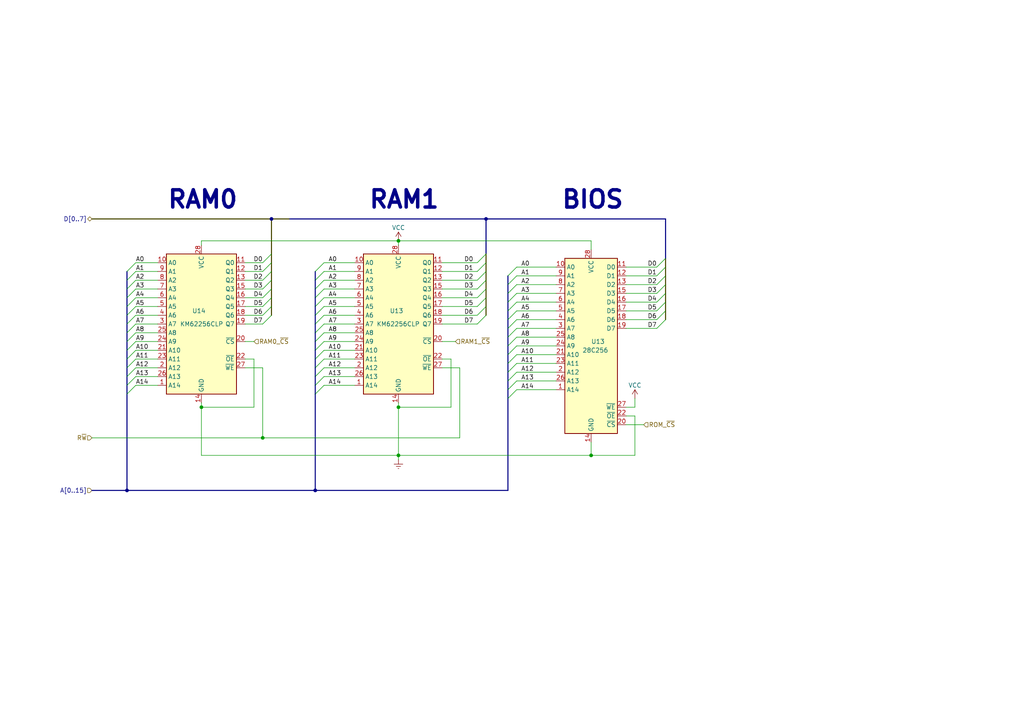
<source format=kicad_sch>
(kicad_sch (version 20230121) (generator eeschema)
  (paper "A4")
  (lib_symbols
    (symbol "Memory_EEPROM:28C256"
      (property "Reference" "U3" (at 0 1.27 0))
      (property "Value" "28C256" (at -2.54 -1.27 0))
      (symbol "28C256_1_1"
        (rectangle (start -7.62 25.4) (end 7.62 -25.4) (stroke (width 0.254)) (fill (type background)))
        (pin input line (at -10.16 -12.7 0) (length 2.54) (name "A14") (number "1"))
        (pin input line (at -10.16 22.86 0) (length 2.54) (name "A0") (number "10"))
        (pin tri_state line (at 10.16 22.86 180) (length 2.54) (name "D0") (number "11"))
        (pin tri_state line (at 10.16 20.32 180) (length 2.54) (name "D1") (number "12"))
        (pin tri_state line (at 10.16 17.78 180) (length 2.54) (name "D2") (number "13"))
        (pin power_in line (at 0 -27.94 90) (length 2.54) (name "GND") (number "14"))
        (pin tri_state line (at 10.16 15.24 180) (length 2.54) (name "D3") (number "15"))
        (pin tri_state line (at 10.16 12.7 180) (length 2.54) (name "D4") (number "16"))
        (pin tri_state line (at 10.16 10.16 180) (length 2.54) (name "D5") (number "17"))
        (pin tri_state line (at 10.16 7.62 180) (length 2.54) (name "D6") (number "18"))
        (pin tri_state line (at 10.16 5.08 180) (length 2.54) (name "D7") (number "19"))
        (pin input line (at -10.16 -7.62 0) (length 2.54) (name "A12") (number "2"))
        (pin input line (at 10.16 -22.86 180) (length 2.54) (name "~{CS}") (number "20"))
        (pin input line (at -10.16 -2.54 0) (length 2.54) (name "A10") (number "21"))
        (pin input line (at 10.16 -20.32 180) (length 2.54) (name "~{OE}") (number "22"))
        (pin input line (at -10.16 -5.08 0) (length 2.54) (name "A11") (number "23"))
        (pin input line (at -10.16 0 0) (length 2.54) (name "A9") (number "24"))
        (pin input line (at -10.16 2.54 0) (length 2.54) (name "A8") (number "25"))
        (pin input line (at -10.16 -10.16 0) (length 2.54) (name "A13") (number "26"))
        (pin input line (at 10.16 -17.78 180) (length 2.54) (name "~{WE}") (number "27"))
        (pin power_in line (at 0 27.94 270) (length 2.54) (name "VCC") (number "28"))
        (pin input line (at -10.16 5.08 0) (length 2.54) (name "A7") (number "3"))
        (pin input line (at -10.16 7.62 0) (length 2.54) (name "A6") (number "4"))
        (pin input line (at -10.16 10.16 0) (length 2.54) (name "A5") (number "5"))
        (pin input line (at -10.16 12.7 0) (length 2.54) (name "A4") (number "6"))
        (pin input line (at -10.16 15.24 0) (length 2.54) (name "A3") (number "7"))
        (pin input line (at -10.16 17.78 0) (length 2.54) (name "A2") (number "8"))
        (pin input line (at -10.16 20.32 0) (length 2.54) (name "A1") (number "9"))
      )
    )
    (symbol "Memory_RAM:KM62256CLP"
      (property "Reference" "U" (at -10.16 20.955 0))
      (property "Value" "KM62256CLP" (at 2.54 20.955 0))
      (symbol "KM62256CLP_0_0"
        (pin power_in line (at 0 -22.86 90) (length 2.54) (name "GND") (number "14"))
        (pin power_in line (at 0 22.86 270) (length 2.54) (name "VCC") (number "28"))
      )
      (symbol "KM62256CLP_0_1"
        (rectangle (start -10.16 20.32) (end 10.16 -20.32) (stroke (width 0.254)) (fill (type background)))
      )
      (symbol "KM62256CLP_1_1"
        (pin input line (at -12.7 -17.78 0) (length 2.54) (name "A14") (number "1"))
        (pin input line (at -12.7 17.78 0) (length 2.54) (name "A0") (number "10"))
        (pin tri_state line (at 12.7 17.78 180) (length 2.54) (name "Q0") (number "11"))
        (pin tri_state line (at 12.7 15.24 180) (length 2.54) (name "Q1") (number "12"))
        (pin tri_state line (at 12.7 12.7 180) (length 2.54) (name "Q2") (number "13"))
        (pin tri_state line (at 12.7 10.16 180) (length 2.54) (name "Q3") (number "15"))
        (pin tri_state line (at 12.7 7.62 180) (length 2.54) (name "Q4") (number "16"))
        (pin tri_state line (at 12.7 5.08 180) (length 2.54) (name "Q5") (number "17"))
        (pin tri_state line (at 12.7 2.54 180) (length 2.54) (name "Q6") (number "18"))
        (pin tri_state line (at 12.7 0 180) (length 2.54) (name "Q7") (number "19"))
        (pin input line (at -12.7 -12.7 0) (length 2.54) (name "A12") (number "2"))
        (pin input line (at 12.7 -5.08 180) (length 2.54) (name "~{CS}") (number "20"))
        (pin input line (at -12.7 -7.62 0) (length 2.54) (name "A10") (number "21"))
        (pin input line (at 12.7 -10.16 180) (length 2.54) (name "~{OE}") (number "22"))
        (pin input line (at -12.7 -10.16 0) (length 2.54) (name "A11") (number "23"))
        (pin input line (at -12.7 -5.08 0) (length 2.54) (name "A9") (number "24"))
        (pin input line (at -12.7 -2.54 0) (length 2.54) (name "A8") (number "25"))
        (pin input line (at -12.7 -15.24 0) (length 2.54) (name "A13") (number "26"))
        (pin input line (at 12.7 -12.7 180) (length 2.54) (name "~{WE}") (number "27"))
        (pin input line (at -12.7 0 0) (length 2.54) (name "A7") (number "3"))
        (pin input line (at -12.7 2.54 0) (length 2.54) (name "A6") (number "4"))
        (pin input line (at -12.7 5.08 0) (length 2.54) (name "A5") (number "5"))
        (pin input line (at -12.7 7.62 0) (length 2.54) (name "A4") (number "6"))
        (pin input line (at -12.7 10.16 0) (length 2.54) (name "A3") (number "7"))
        (pin input line (at -12.7 12.7 0) (length 2.54) (name "A2") (number "8"))
        (pin input line (at -12.7 15.24 0) (length 2.54) (name "A1") (number "9"))
      )
    )
    (symbol "power:Earth" (power) (pin_names (offset 0))
      (symbol "Earth_0_1"
        (polyline (pts (xy -0.635 -1.905) (xy 0.635 -1.905)))
        (polyline (pts (xy -0.127 -2.54) (xy 0.127 -2.54)))
        (polyline (pts (xy 0 -1.27) (xy 0 0)))
        (polyline (pts (xy 1.27 -1.27) (xy -1.27 -1.27)))
      )
      (symbol "Earth_1_1"
        (pin power_in line (at 0 0 270) (length 0) hide (name "Earth") (number "1"))
      )
    )
    (symbol "power:VCC" (power) (pin_names (offset 0))
      (property "Value" "VCC" (at 0 3.81 0))
      (symbol "VCC_0_1"
        (polyline (pts (xy -0.762 1.27) (xy 0 2.54)))
        (polyline (pts (xy 0 0) (xy 0 2.54)))
        (polyline (pts (xy 0 2.54) (xy 0.762 1.27)))
      )
      (symbol "VCC_1_1"
        (pin power_in line (at 0 0 90) (length 0) hide (name "VCC") (number "1"))
      )
    )
  )
  (junction (at 91.44 142.24))
  (junction (at 115.57 69.85))
  (junction (at 171.45 132.08))
  (junction (at 36.83 142.24))
  (junction (at 115.57 118.11))
  (junction (at 58.42 118.11))
  (junction (at 140.97 63.5))
  (junction (at 78.74 63.5))
  (junction (at 115.57 132.08))
  (junction (at 76.2 127))
  (bus_entry (at 147.32 80.01) (size 2.54 -2.54))
  (bus_entry (at 193.04 92.71) (size -2.54 2.54))
  (bus_entry (at 91.44 99.06) (size 2.54 -2.54))
  (bus_entry (at 36.83 78.74) (size 2.54 -2.54))
  (bus_entry (at 193.04 82.55) (size -2.54 2.54))
  (bus_entry (at 36.83 101.6) (size 2.54 -2.54))
  (bus_entry (at 147.32 97.79) (size 2.54 -2.54))
  (bus_entry (at 78.74 83.82) (size -2.54 2.54))
  (bus_entry (at 147.32 90.17) (size 2.54 -2.54))
  (bus_entry (at 36.83 99.06) (size 2.54 -2.54))
  (bus_entry (at 91.44 81.28) (size 2.54 -2.54))
  (bus_entry (at 91.44 114.3) (size 2.54 -2.54))
  (bus_entry (at 193.04 90.17) (size -2.54 2.54))
  (bus_entry (at 91.44 106.68) (size 2.54 -2.54))
  (bus_entry (at 91.44 86.36) (size 2.54 -2.54))
  (bus_entry (at 147.32 115.57) (size 2.54 -2.54))
  (bus_entry (at 36.83 93.98) (size 2.54 -2.54))
  (bus_entry (at 147.32 102.87) (size 2.54 -2.54))
  (bus_entry (at 36.83 86.36) (size 2.54 -2.54))
  (bus_entry (at 78.74 78.74) (size -2.54 2.54))
  (bus_entry (at 147.32 113.03) (size 2.54 -2.54))
  (bus_entry (at 78.74 76.2) (size -2.54 2.54))
  (bus_entry (at 147.32 107.95) (size 2.54 -2.54))
  (bus_entry (at 147.32 87.63) (size 2.54 -2.54))
  (bus_entry (at 36.83 91.44) (size 2.54 -2.54))
  (bus_entry (at 36.83 109.22) (size 2.54 -2.54))
  (bus_entry (at 140.97 83.82) (size -2.54 2.54))
  (bus_entry (at 36.83 104.14) (size 2.54 -2.54))
  (bus_entry (at 36.83 83.82) (size 2.54 -2.54))
  (bus_entry (at 193.04 80.01) (size -2.54 2.54))
  (bus_entry (at 78.74 81.28) (size -2.54 2.54))
  (bus_entry (at 140.97 91.44) (size -2.54 2.54))
  (bus_entry (at 193.04 85.09) (size -2.54 2.54))
  (bus_entry (at 91.44 91.44) (size 2.54 -2.54))
  (bus_entry (at 193.04 87.63) (size -2.54 2.54))
  (bus_entry (at 147.32 85.09) (size 2.54 -2.54))
  (bus_entry (at 147.32 110.49) (size 2.54 -2.54))
  (bus_entry (at 140.97 73.66) (size -2.54 2.54))
  (bus_entry (at 147.32 92.71) (size 2.54 -2.54))
  (bus_entry (at 140.97 81.28) (size -2.54 2.54))
  (bus_entry (at 36.83 96.52) (size 2.54 -2.54))
  (bus_entry (at 78.74 91.44) (size -2.54 2.54))
  (bus_entry (at 91.44 96.52) (size 2.54 -2.54))
  (bus_entry (at 140.97 86.36) (size -2.54 2.54))
  (bus_entry (at 91.44 88.9) (size 2.54 -2.54))
  (bus_entry (at 140.97 88.9) (size -2.54 2.54))
  (bus_entry (at 147.32 82.55) (size 2.54 -2.54))
  (bus_entry (at 140.97 76.2) (size -2.54 2.54))
  (bus_entry (at 78.74 86.36) (size -2.54 2.54))
  (bus_entry (at 193.04 74.93) (size -2.54 2.54))
  (bus_entry (at 36.83 114.3) (size 2.54 -2.54))
  (bus_entry (at 193.04 77.47) (size -2.54 2.54))
  (bus_entry (at 36.83 111.76) (size 2.54 -2.54))
  (bus_entry (at 91.44 111.76) (size 2.54 -2.54))
  (bus_entry (at 36.83 81.28) (size 2.54 -2.54))
  (bus_entry (at 91.44 104.14) (size 2.54 -2.54))
  (bus_entry (at 91.44 109.22) (size 2.54 -2.54))
  (bus_entry (at 140.97 78.74) (size -2.54 2.54))
  (bus_entry (at 91.44 101.6) (size 2.54 -2.54))
  (bus_entry (at 147.32 100.33) (size 2.54 -2.54))
  (bus_entry (at 78.74 73.66) (size -2.54 2.54))
  (bus_entry (at 78.74 88.9) (size -2.54 2.54))
  (bus_entry (at 36.83 106.68) (size 2.54 -2.54))
  (bus_entry (at 36.83 88.9) (size 2.54 -2.54))
  (bus_entry (at 147.32 95.25) (size 2.54 -2.54))
  (bus_entry (at 91.44 78.74) (size 2.54 -2.54))
  (bus_entry (at 91.44 93.98) (size 2.54 -2.54))
  (bus_entry (at 91.44 83.82) (size 2.54 -2.54))
  (bus_entry (at 147.32 105.41) (size 2.54 -2.54))
  (wire (pts (xy 181.61 80.01) (xy 190.5 80.01)))
  (wire (pts (xy 93.98 96.52) (xy 102.87 96.52)))
  (wire (pts (xy 149.86 107.95) (xy 161.29 107.95)))
  (wire (pts (xy 58.42 118.11) (xy 58.42 116.84)))
  (bus (pts (xy 147.32 102.87) (xy 147.32 100.33)))
  (bus (pts (xy 147.32 95.25) (xy 147.32 92.71)))
  (wire (pts (xy 39.37 76.2) (xy 45.72 76.2)))
  (wire (pts (xy 181.61 95.25) (xy 190.5 95.25)))
  (wire (pts (xy 73.66 118.11) (xy 58.42 118.11)))
  (wire (pts (xy 128.27 88.9) (xy 138.43 88.9)))
  (wire (pts (xy 149.86 77.47) (xy 161.29 77.47)))
  (wire (pts (xy 93.98 88.9) (xy 102.87 88.9)))
  (wire (pts (xy 93.98 104.14) (xy 102.87 104.14)))
  (wire (pts (xy 184.15 132.08) (xy 171.45 132.08)))
  (wire (pts (xy 133.35 106.68) (xy 133.35 127)))
  (bus (pts (xy 140.97 81.28) (xy 140.97 83.82)) (stroke (width 0) (color 72 72 0 1)))
  (wire (pts (xy 71.12 104.14) (xy 73.66 104.14)))
  (bus (pts (xy 147.32 110.49) (xy 147.32 107.95)))
  (wire (pts (xy 93.98 86.36) (xy 102.87 86.36)))
  (wire (pts (xy 39.37 78.74) (xy 45.72 78.74)))
  (wire (pts (xy 71.12 86.36) (xy 76.2 86.36)))
  (bus (pts (xy 140.97 88.9) (xy 140.97 91.44)) (stroke (width 0) (color 72 72 0 1)))
  (wire (pts (xy 181.61 87.63) (xy 190.5 87.63)))
  (bus (pts (xy 147.32 92.71) (xy 147.32 90.17)))
  (wire (pts (xy 181.61 123.19) (xy 186.69 123.19)))
  (wire (pts (xy 130.81 118.11) (xy 115.57 118.11)))
  (bus (pts (xy 147.32 113.03) (xy 147.32 110.49)))
  (bus (pts (xy 36.83 106.68) (xy 36.83 104.14)))
  (wire (pts (xy 128.27 99.06) (xy 132.08 99.06)))
  (wire (pts (xy 128.27 78.74) (xy 138.43 78.74)))
  (wire (pts (xy 39.37 104.14) (xy 45.72 104.14)))
  (wire (pts (xy 128.27 81.28) (xy 138.43 81.28)))
  (wire (pts (xy 39.37 88.9) (xy 45.72 88.9)))
  (wire (pts (xy 149.86 82.55) (xy 161.29 82.55)))
  (wire (pts (xy 128.27 106.68) (xy 133.35 106.68)))
  (bus (pts (xy 78.74 86.36) (xy 78.74 88.9)) (stroke (width 0) (color 72 72 0 1)))
  (wire (pts (xy 149.86 85.09) (xy 161.29 85.09)))
  (bus (pts (xy 36.83 111.76) (xy 36.83 109.22)))
  (wire (pts (xy 115.57 69.85) (xy 115.57 71.12)))
  (bus (pts (xy 36.83 91.44) (xy 36.83 88.9)))
  (wire (pts (xy 58.42 69.85) (xy 115.57 69.85)))
  (wire (pts (xy 149.86 95.25) (xy 161.29 95.25)))
  (bus (pts (xy 91.44 91.44) (xy 91.44 88.9)))
  (wire (pts (xy 149.86 100.33) (xy 161.29 100.33)))
  (bus (pts (xy 36.83 93.98) (xy 36.83 91.44)))
  (wire (pts (xy 39.37 106.68) (xy 45.72 106.68)))
  (wire (pts (xy 71.12 88.9) (xy 76.2 88.9)))
  (wire (pts (xy 71.12 78.74) (xy 76.2 78.74)))
  (bus (pts (xy 36.83 114.3) (xy 36.83 111.76)))
  (wire (pts (xy 149.86 102.87) (xy 161.29 102.87)))
  (wire (pts (xy 115.57 133.35) (xy 115.57 132.08)))
  (bus (pts (xy 91.44 101.6) (xy 91.44 99.06)))
  (bus (pts (xy 147.32 105.41) (xy 147.32 102.87)))
  (bus (pts (xy 91.44 109.22) (xy 91.44 106.68)))
  (wire (pts (xy 149.86 105.41) (xy 161.29 105.41)))
  (wire (pts (xy 39.37 101.6) (xy 45.72 101.6)))
  (bus (pts (xy 91.44 99.06) (xy 91.44 96.52)))
  (bus (pts (xy 78.74 81.28) (xy 78.74 83.82)) (stroke (width 0) (color 72 72 0 1)))
  (wire (pts (xy 71.12 91.44) (xy 76.2 91.44)))
  (bus (pts (xy 193.04 63.5) (xy 193.04 74.93)))
  (wire (pts (xy 149.86 92.71) (xy 161.29 92.71)))
  (wire (pts (xy 171.45 132.08) (xy 171.45 128.27)))
  (wire (pts (xy 128.27 83.82) (xy 138.43 83.82)))
  (wire (pts (xy 93.98 78.74) (xy 102.87 78.74)))
  (wire (pts (xy 115.57 116.84) (xy 115.57 118.11)))
  (wire (pts (xy 39.37 96.52) (xy 45.72 96.52)))
  (wire (pts (xy 93.98 106.68) (xy 102.87 106.68)))
  (wire (pts (xy 58.42 132.08) (xy 58.42 118.11)))
  (wire (pts (xy 93.98 83.82) (xy 102.87 83.82)))
  (wire (pts (xy 149.86 90.17) (xy 161.29 90.17)))
  (bus (pts (xy 91.44 142.24) (xy 36.83 142.24)))
  (wire (pts (xy 71.12 76.2) (xy 76.2 76.2)))
  (wire (pts (xy 115.57 118.11) (xy 115.57 132.08)))
  (wire (pts (xy 58.42 69.85) (xy 58.42 71.12)))
  (wire (pts (xy 184.15 120.65) (xy 184.15 132.08)))
  (bus (pts (xy 91.44 86.36) (xy 91.44 83.82)))
  (wire (pts (xy 181.61 82.55) (xy 190.5 82.55)))
  (bus (pts (xy 78.74 88.9) (xy 78.74 91.44)) (stroke (width 0) (color 72 72 0 1)))
  (bus (pts (xy 147.32 90.17) (xy 147.32 87.63)))
  (wire (pts (xy 130.81 104.14) (xy 130.81 118.11)))
  (bus (pts (xy 91.44 81.28) (xy 91.44 78.74)))
  (wire (pts (xy 76.2 127) (xy 76.2 106.68)))
  (bus (pts (xy 147.32 85.09) (xy 147.32 82.55)))
  (wire (pts (xy 181.61 85.09) (xy 190.5 85.09)))
  (bus (pts (xy 91.44 111.76) (xy 91.44 109.22)))
  (wire (pts (xy 73.66 104.14) (xy 73.66 118.11)))
  (bus (pts (xy 147.32 115.57) (xy 147.32 113.03)))
  (bus (pts (xy 140.97 63.5) (xy 140.97 73.66)))
  (wire (pts (xy 149.86 87.63) (xy 161.29 87.63)))
  (wire (pts (xy 71.12 83.82) (xy 76.2 83.82)))
  (bus (pts (xy 193.04 85.09) (xy 193.04 87.63)) (stroke (width 0) (color 72 72 0 1)))
  (bus (pts (xy 36.83 99.06) (xy 36.83 96.52)))
  (bus (pts (xy 26.67 142.24) (xy 36.83 142.24)))
  (bus (pts (xy 147.32 100.33) (xy 147.32 97.79)))
  (wire (pts (xy 115.57 132.08) (xy 58.42 132.08)))
  (wire (pts (xy 93.98 101.6) (xy 102.87 101.6)))
  (bus (pts (xy 140.97 83.82) (xy 140.97 86.36)) (stroke (width 0) (color 72 72 0 1)))
  (wire (pts (xy 39.37 91.44) (xy 45.72 91.44)))
  (bus (pts (xy 78.74 63.5) (xy 26.67 63.5)) (stroke (width 0) (color 72 72 0 1)))
  (bus (pts (xy 36.83 78.74) (xy 36.83 81.28)))
  (bus (pts (xy 36.83 142.24) (xy 36.83 114.3)))
  (bus (pts (xy 193.04 77.47) (xy 193.04 80.01)) (stroke (width 0) (color 72 72 0 1)))
  (bus (pts (xy 140.97 86.36) (xy 140.97 88.9)) (stroke (width 0) (color 72 72 0 1)))
  (wire (pts (xy 181.61 90.17) (xy 190.5 90.17)))
  (wire (pts (xy 93.98 99.06) (xy 102.87 99.06)))
  (wire (pts (xy 39.37 111.76) (xy 45.72 111.76)))
  (wire (pts (xy 181.61 92.71) (xy 190.5 92.71)))
  (bus (pts (xy 193.04 82.55) (xy 193.04 85.09)) (stroke (width 0) (color 72 72 0 1)))
  (bus (pts (xy 140.97 63.5) (xy 193.04 63.5)))
  (wire (pts (xy 39.37 99.06) (xy 45.72 99.06)))
  (bus (pts (xy 91.44 106.68) (xy 91.44 104.14)))
  (wire (pts (xy 128.27 86.36) (xy 138.43 86.36)))
  (bus (pts (xy 36.83 96.52) (xy 36.83 93.98)))
  (wire (pts (xy 71.12 99.06) (xy 73.66 99.06)))
  (bus (pts (xy 193.04 80.01) (xy 193.04 82.55)) (stroke (width 0) (color 72 72 0 1)))
  (wire (pts (xy 93.98 91.44) (xy 102.87 91.44)))
  (bus (pts (xy 91.44 142.24) (xy 147.32 142.24)))
  (wire (pts (xy 39.37 83.82) (xy 45.72 83.82)))
  (wire (pts (xy 93.98 76.2) (xy 102.87 76.2)))
  (bus (pts (xy 147.32 82.55) (xy 147.32 80.01)))
  (bus (pts (xy 36.83 86.36) (xy 36.83 88.9)))
  (wire (pts (xy 181.61 77.47) (xy 190.5 77.47)))
  (bus (pts (xy 91.44 93.98) (xy 91.44 91.44)))
  (bus (pts (xy 193.04 87.63) (xy 193.04 90.17)) (stroke (width 0) (color 72 72 0 1)))
  (wire (pts (xy 128.27 93.98) (xy 138.43 93.98)))
  (wire (pts (xy 76.2 106.68) (xy 71.12 106.68)))
  (bus (pts (xy 140.97 73.66) (xy 140.97 76.2)) (stroke (width 0) (color 72 72 0 1)))
  (bus (pts (xy 140.97 76.2) (xy 140.97 78.74)) (stroke (width 0) (color 72 72 0 1)))
  (wire (pts (xy 71.12 93.98) (xy 76.2 93.98)))
  (bus (pts (xy 193.04 90.17) (xy 193.04 92.71)) (stroke (width 0) (color 72 72 0 1)))
  (bus (pts (xy 83.82 63.5) (xy 140.97 63.5)))
  (wire (pts (xy 128.27 104.14) (xy 130.81 104.14)))
  (bus (pts (xy 91.44 114.3) (xy 91.44 111.76)))
  (wire (pts (xy 149.86 110.49) (xy 161.29 110.49)))
  (bus (pts (xy 36.83 109.22) (xy 36.83 106.68)))
  (wire (pts (xy 128.27 76.2) (xy 138.43 76.2)))
  (wire (pts (xy 171.45 69.85) (xy 115.57 69.85)))
  (wire (pts (xy 149.86 97.79) (xy 161.29 97.79)))
  (bus (pts (xy 147.32 142.24) (xy 147.32 115.57)))
  (wire (pts (xy 71.12 81.28) (xy 76.2 81.28)))
  (wire (pts (xy 128.27 91.44) (xy 138.43 91.44)))
  (bus (pts (xy 147.32 107.95) (xy 147.32 105.41)))
  (bus (pts (xy 36.83 86.36) (xy 36.83 83.82)))
  (wire (pts (xy 39.37 93.98) (xy 45.72 93.98)))
  (bus (pts (xy 78.74 76.2) (xy 78.74 73.66)) (stroke (width 0) (color 72 72 0 1)))
  (wire (pts (xy 39.37 81.28) (xy 45.72 81.28)))
  (wire (pts (xy 115.57 132.08) (xy 171.45 132.08)))
  (wire (pts (xy 39.37 86.36) (xy 45.72 86.36)))
  (wire (pts (xy 171.45 72.39) (xy 171.45 69.85)))
  (bus (pts (xy 91.44 96.52) (xy 91.44 93.98)))
  (wire (pts (xy 76.2 127) (xy 26.67 127)))
  (bus (pts (xy 78.74 83.82) (xy 78.74 86.36)) (stroke (width 0) (color 72 72 0 1)))
  (bus (pts (xy 78.74 63.5) (xy 83.82 63.5)) (stroke (width 0) (color 72 72 0 1)))
  (wire (pts (xy 181.61 120.65) (xy 184.15 120.65)))
  (wire (pts (xy 149.86 80.01) (xy 161.29 80.01)))
  (bus (pts (xy 36.83 83.82) (xy 36.83 81.28)))
  (bus (pts (xy 36.83 104.14) (xy 36.83 101.6)))
  (bus (pts (xy 78.74 73.66) (xy 78.74 63.5)) (stroke (width 0) (color 72 72 0 1)))
  (bus (pts (xy 140.97 78.74) (xy 140.97 81.28)) (stroke (width 0) (color 72 72 0 1)))
  (bus (pts (xy 91.44 142.24) (xy 91.44 114.3)))
  (bus (pts (xy 78.74 78.74) (xy 78.74 81.28)) (stroke (width 0) (color 72 72 0 1)))
  (wire (pts (xy 76.2 127) (xy 133.35 127)))
  (wire (pts (xy 93.98 93.98) (xy 102.87 93.98)))
  (bus (pts (xy 36.83 101.6) (xy 36.83 99.06)))
  (wire (pts (xy 93.98 111.76) (xy 102.87 111.76)))
  (bus (pts (xy 78.74 78.74) (xy 78.74 76.2)) (stroke (width 0) (color 72 72 0 1)))
  (wire (pts (xy 149.86 113.03) (xy 161.29 113.03)))
  (bus (pts (xy 91.44 88.9) (xy 91.44 86.36)))
  (bus (pts (xy 193.04 74.93) (xy 193.04 77.47)) (stroke (width 0) (color 72 72 0 1)))
  (wire (pts (xy 93.98 109.22) (xy 102.87 109.22)))
  (wire (pts (xy 93.98 81.28) (xy 102.87 81.28)))
  (bus (pts (xy 91.44 104.14) (xy 91.44 101.6)))
  (bus (pts (xy 147.32 87.63) (xy 147.32 85.09)))
  (bus (pts (xy 147.32 97.79) (xy 147.32 95.25)))
  (wire (pts (xy 184.15 118.11) (xy 181.61 118.11)))
  (wire (pts (xy 39.37 109.22) (xy 45.72 109.22)))
  (wire (pts (xy 184.15 115.57) (xy 184.15 118.11)))
  (bus (pts (xy 91.44 83.82) (xy 91.44 81.28)))
  (text "RAM1" (at 106.68 60.96 0) (effects (font (size 5 5) (thickness 1) bold) (justify left bottom)))
  (text "RAM0" (at 48.26 60.96 0) (effects (font (size 5 5) (thickness 1) bold) (justify left bottom)))
  (text "BIOS" (at 162.56 60.96 0) (effects (font (size 5 5) (thickness 1) bold) (justify left bottom)))
  (label "D4" (at 76.2 86.36 180))
  (label "D3" (at 190.5 85.09 180))
  (label "A7" (at 39.37 93.98 0))
  (label "D1" (at 190.5 80.01 180))
  (label "A10" (at 39.37 101.6 0))
  (label "D7" (at 190.5 95.25 180))
  (label "D6" (at 190.5 92.71 180))
  (label "A5" (at 95.25 88.9 0))
  (label "A2" (at 95.25 81.28 0))
  (label "D5" (at 190.5 90.17 180))
  (label "D7" (at 134.62 93.98 0))
  (label "A4" (at 39.37 86.36 0))
  (label "A0" (at 95.25 76.2 0))
  (label "A0" (at 151.13 77.47 0))
  (label "D3" (at 134.62 83.82 0))
  (label "A12" (at 151.13 107.95 0))
  (label "D5" (at 76.2 88.9 180))
  (label "D4" (at 134.62 86.36 0))
  (label "A11" (at 151.13 105.41 0))
  (label "A13" (at 95.25 109.22 0))
  (label "D0" (at 76.2 76.2 180))
  (label "D2" (at 134.62 81.28 0))
  (label "A1" (at 95.25 78.74 0))
  (label "D6" (at 76.2 91.44 180))
  (label "A9" (at 151.13 100.33 0))
  (label "D5" (at 134.62 88.9 0))
  (label "A14" (at 95.25 111.76 0))
  (label "A12" (at 95.25 106.68 0))
  (label "D0" (at 190.5 77.47 180))
  (label "A11" (at 39.37 104.14 0))
  (label "A5" (at 151.13 90.17 0))
  (label "D1" (at 76.2 78.74 180))
  (label "A9" (at 95.25 99.06 0))
  (label "A8" (at 95.25 96.52 0))
  (label "D0" (at 134.62 76.2 0))
  (label "A3" (at 151.13 85.09 0))
  (label "A4" (at 95.25 86.36 0))
  (label "D2" (at 190.5 82.55 180))
  (label "A7" (at 151.13 95.25 0))
  (label "D7" (at 76.2 93.98 180))
  (label "A3" (at 39.37 83.82 0))
  (label "A13" (at 151.13 110.49 0))
  (label "A10" (at 95.25 101.6 0))
  (label "A6" (at 151.13 92.71 0))
  (label "A3" (at 95.25 83.82 0))
  (label "A2" (at 151.13 82.55 0))
  (label "A5" (at 39.37 88.9 0))
  (label "A13" (at 39.37 109.22 0))
  (label "A6" (at 39.37 91.44 0))
  (label "A0" (at 39.37 76.2 0))
  (label "A8" (at 39.37 96.52 0))
  (label "A14" (at 151.13 113.03 0))
  (label "A2" (at 39.37 81.28 0))
  (label "A6" (at 95.25 91.44 0))
  (label "D3" (at 76.2 83.82 180))
  (label "A1" (at 39.37 78.74 0))
  (label "A11" (at 95.25 104.14 0))
  (label "A1" (at 151.13 80.01 0))
  (label "A14" (at 39.37 111.76 0))
  (label "A12" (at 39.37 106.68 0))
  (label "A8" (at 151.13 97.79 0))
  (label "D4" (at 190.5 87.63 180))
  (label "A9" (at 39.37 99.06 0))
  (label "A4" (at 151.13 87.63 0))
  (label "D1" (at 134.62 78.74 0))
  (label "A7" (at 95.25 93.98 0))
  (label "D2" (at 76.2 81.28 180))
  (label "A10" (at 151.13 102.87 0))
  (label "D6" (at 134.62 91.44 0))
  (hierarchical_label "D[0..7]" (shape tri_state) (at 26.67 63.5 180))
  (hierarchical_label "R~{W}" (shape input) (at 26.67 127 180))
  (hierarchical_label "RAM1_~{CS}" (shape input) (at 132.08 99.06 0))
  (hierarchical_label "ROM_~{CS}" (shape input) (at 186.69 123.19 0))
  (hierarchical_label "RAM0_~{CS}" (shape input) (at 73.66 99.06 0))
  (hierarchical_label "A[0..15]" (shape input) (at 26.67 142.24 180))
  (symbol (lib_id "Memory_RAM:KM62256CLP") (at 58.42 93.98 0) (unit 1)
    (property "Reference" "U14" (at 59.69 90.17 0) (effects (justify right)))
    (property "Value" "KM62256CLP" (at 64.77 93.98 0) (effects (justify right)))
    (property "Footprint" "Package_DIP:DIP-28_W15.24mm" (effects hide))
    (property "Datasheet" "https://www.futurlec.com/Datasheet/Memory/62256.pdf" (effects hide))
  )
  (symbol (lib_id "power:VCC") (at 115.57 69.85 0) (unit 1)
    (property "Reference" "#PWR012" (effects hide))
    (property "Value" "+5V" (at 115.57 66.04 0))
    (instances (project "rod6502" (path "" (reference "#PWR012") (unit 1)) (path "" (reference "#PWR034") (unit 1))))
  )
  (symbol (lib_id "power:VCC") (at 184.15 115.57 0) (unit 1)
    (property "Reference" "#PWR016" (effects hide))
    (property "Value" "+5V" (at 184.15 111.76 0))
    (instances (project "rod6502" (path "" (reference "#PWR016") (unit 1)) (path "" (reference "#PWR035") (unit 1))))
  )
  (symbol (lib_id "Memory_RAM:KM62256CLP") (at 115.57 93.98 0) (unit 1)
    (property "Reference" "U13" (at 113.03 90.17 0) (effects (justify left)))
    (property "Value" "KM62256CLP" (at 109.22 93.98 0) (effects (justify left)))
    (property "Footprint" "Package_DIP:DIP-28_W15.24mm" (effects hide))
    (property "Datasheet" "https://www.futurlec.com/Datasheet/Memory/62256.pdf" (effects hide))
    (instances (project "rod6502" (path "" (reference "U13") (unit 1)) (path "" (reference "U15") (unit 1))))
  )
  (symbol (lib_id "Memory_EEPROM:28C256") (at 171.45 100.33 0) (unit 1)
    (property "Reference" "U13" (at 171.45 99.06 0) (effects (justify left)))
    (property "Value" "28C256" (at 168.91 101.6 0) (effects (justify left)))
    (property "Datasheet" "http://ww1.microchip.com/downloads/en/DeviceDoc/doc0006.pdf" (effects hide))
    (instances (project "rod6502" (path "" (reference "U13") (unit 1)) (path "" (reference "U16") (unit 1))))
  )
  (symbol (lib_id "power:Earth") (at 115.57 133.35 0) (unit 1)
    (property "Reference" "#PWR013" (effects hide))
    (property "Value" "Earth" (effects hide))
    (instances (project "rod6502" (path "" (reference "#PWR013") (unit 1)) (path "" (reference "#PWR036") (unit 1))))
  )
)
</source>
